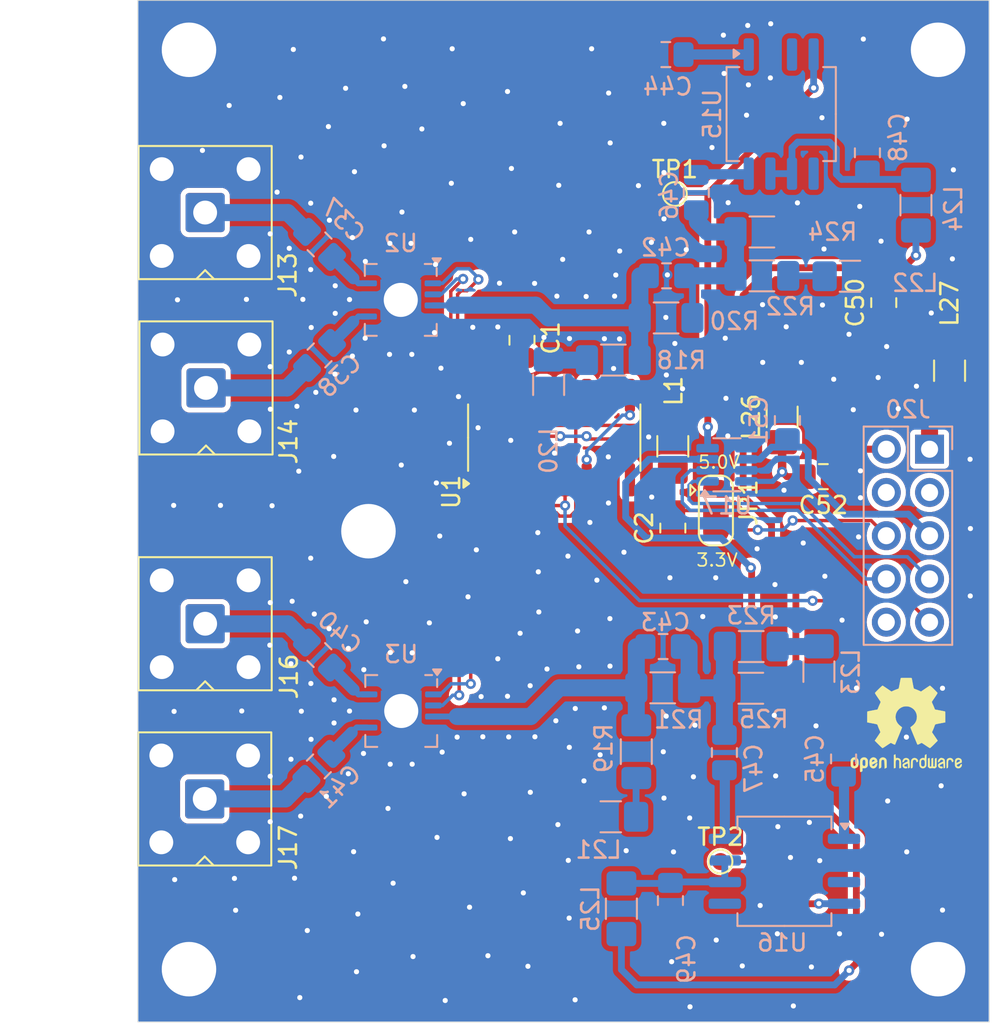
<source format=kicad_pcb>
(kicad_pcb (version 20240108) (generator "pcbnew") (generator_version "8.0")
  (title_block (date "2025-02-10") (rev "3.4b") (comment 1 "change the rf switch´s to HMC849") (comment 2 "JP1 for select operation voltage of rf switches"))
  (layers (0 "F.Cu" signal) (31 "B.Cu" signal) (34 "B.Paste" user) (35 "F.Paste" user) (36 "B.SilkS" user "B.Silkscreen") (37 "F.SilkS" user "F.Silkscreen") (38 "B.Mask" user) (39 "F.Mask" user) (44 "Edge.Cuts" user))
  (net 0 "")
  (net 1 "GND")
  (net 2 "+3.3V")
  (net 3 "INP_SEL")
  (net 4 "LOG_OUT1")
  (net 5 "LOG_OUT2")
  (net 6 "+5V")
  (net 7 "2,6V REF")
  (net 8 "GNDD")
  (net 9 "SCL0")
  (net 10 "SDA0")
  (net 11 "INP_SEL2")
  (net 12 "Net-(J13-In)")
  (net 13 "Net-(J14-In)")
  (net 14 "Net-(J16-In)")
  (net 15 "Net-(J17-In)")
  (net 16 "Net-(C42-Pad2)")
  (net 17 "Net-(C43-Pad2)")
  (net 18 "Net-(U15-INLO)")
  (net 19 "Net-(U16-INLO)")
  (net 20 "Net-(U15-INHI)")
  (net 21 "Net-(U16-INHI)")
  (net 22 "Net-(U15-EN)")
  (net 23 "Net-(U16-EN)")
  (net 24 "Net-(L20-Pad1)")
  (net 25 "Net-(L21-Pad1)")
  (net 26 "Net-(L22-Pad1)")
  (net 27 "Net-(L23-Pad1)")
  (net 32 "Net-(U17-VCC)")
  (net 33 "CS0")
  (net 34 "CS1")
  (net 35 "V_HMC")
  (net 36 "Net-(JP1-C)")
  (net 37 "Net-(U2-RF2)")
  (net 38 "Net-(U2-RF1)")
  (net 39 "V1_2")
  (net 40 "Net-(U3-RF2)")
  (net 41 "Net-(U3-RF1)")
  (net 42 "Net-(U2-RFC)")
  (net 43 "V1_1")
  (net 44 "Net-(U3-RFC)")
  (net 45 "Net-(U1-Pad6)")
  (net 50 "Net-(U1-Pad1)")
  (footprint "Inductor_SMD:L_1206_3216Metric_Pad1.42x1.75mm_HandSolder" (layer "F.Cu") (at 172.725 93.19 -90)
    (property "Reference" "L27")
    (property "Value" "4u7")
  )
  (footprint "Connector_Coaxial:SMA_BAT_Wireless_BWSMA-KWE-Z001" (layer "F.Cu") (at 129 83.9 90)
    (property "Reference" "J13")
    (property "Value" "SMA" (hide yes))
  )
  (footprint "Capacitor_SMD:C_0805_2012Metric_Pad1.18x1.45mm_HandSolder" (layer "F.Cu") (at 168.86 89.19 90)
    (property "Reference" "C50")
    (property "Value" "100n")
  )
  (footprint "TestPoint:TestPoint_Pad_D1.0mm" (layer "F.Cu") (at 159.27 122.02)
    (property "Reference" "TP2")
    (property "Value" "TestPoint")
  )
  (footprint "Connector_Coaxial:SMA_BAT_Wireless_BWSMA-KWE-Z001" (layer "F.Cu") (at 129 108.05 90)
    (property "Reference" "J16")
    (property "Value" "SMA")
  )
  (footprint "Capacitor_SMD:C_0805_2012Metric_Pad1.18x1.45mm_HandSolder" (layer "F.Cu") (at 156.47 102.43 90)
    (property "Reference" "C2")
    (property "Value" "100n")
  )
  (footprint "Package_SO:SOIC-16_3.9x9.9mm_P1.27mm" (layer "F.Cu") (at 149.505 97.12 90)
    (property "Reference" "U1")
    (property "Value" "74HC04")
  )
  (footprint "Connector_Coaxial:SMA_BAT_Wireless_BWSMA-KWE-Z001" (layer "F.Cu") (at 129.05 94.2 90)
    (property "Reference" "J14")
    (property "Value" "SMA")
  )
  (footprint "Connector_Coaxial:SMA_BAT_Wireless_BWSMA-KWE-Z001" (layer "F.Cu") (at 128.975 118.34 90)
    (property "Reference" "J17")
    (property "Value" "SMA")
  )
  (footprint "Inductor_SMD:L_1206_3216Metric_Pad1.42x1.75mm_HandSolder" (layer "F.Cu") (at 162.89 95.9 90)
    (property "Reference" "L26")
    (property "Value" "4u7")
  )
  (footprint "Symbol:OSHW-Logo2_7.3x6mm_SilkScreen" (layer "F.Cu") (at 170.18 113.99)
    (property "Reference" "REF**" (hide yes))
    (property "Value" "OSHW-Logo2_7.3x6mm_SilkScreen" (hide yes))
  )
  (footprint "Jumper:SolderJumper-3_P1.3mm_Open_RoundedPad1.0x1.5mm" (layer "F.Cu") (at 159 101.4 -90)
    (property "Reference" "JP1")
    (property "Value" "SolderJumper_3_Open" (hide yes))
  )
  (footprint "TestPoint:TestPoint_Pad_D1.0mm" (layer "F.Cu") (at 156.59 82.81)
    (property "Reference" "TP1")
    (property "Value" "TestPoint")
  )
  (footprint "Capacitor_SMD:C_0805_2012Metric_Pad1.18x1.45mm_HandSolder" (layer "F.Cu") (at 165.31 99.41 180)
    (property "Reference" "C52")
    (property "Value" "100n")
  )
  (footprint "Inductor_SMD:L_1206_3216Metric_Pad1.42x1.75mm_HandSolder" (layer "F.Cu") (at 156.47 97.63 90)
    (property "Reference" "L1")
    (property "Value" "4u7")
  )
  (footprint "Capacitor_SMD:C_0805_2012Metric_Pad1.18x1.45mm_HandSolder" (layer "F.Cu") (at 147.61 91.4 -90)
    (property "Reference" "C1")
    (property "Value" "100n")
  )
  (footprint "Resistor_SMD:R_1206_3216Metric_Pad1.30x1.75mm_HandSolder" (layer "B.Cu") (at 156.075 90.09)
    (property "Reference" "R20")
    (property "Value" "150R")
  )
  (footprint "Resistor_SMD:R_1206_3216Metric_Pad1.30x1.75mm_HandSolder" (layer "B.Cu") (at 152.975 92.565)
    (property "Reference" "R18")
    (property "Value" "69R8")
  )
  (footprint "Package_CSP:LFCSP-16-1EP_4x4mm_P0.65mm_EP2.4x2.4mm" (layer "B.Cu") (at 140.5175 113.175 180)
    (property "Reference" "U3")
    (property "Value" "HMC849A")
  )
  (footprint "Inductor_SMD:L_1206_3216Metric_Pad1.42x1.75mm_HandSolder" (layer "B.Cu") (at 153.45 124.79 -90)
    (property "Reference" "L25")
    (property "Value" "4u7")
  )
  (footprint "Inductor_SMD:L_1206_3216Metric_Pad1.42x1.75mm_HandSolder" (layer "B.Cu") (at 170.75 83.465 -90)
    (property "Reference" "L24")
    (property "Value" "4u7")
  )
  (footprint "Inductor_SMD:L_1206_3216Metric_Pad1.42x1.75mm_HandSolder" (layer "B.Cu") (at 165.05 110.865 -90)
    (property "Reference" "L23")
    (property "Value" "22nH")
  )
  (footprint "Capacitor_SMD:C_0805_2012Metric_Pad1.18x1.45mm_HandSolder" (layer "B.Cu") (at 156.06 74.62)
    (property "Reference" "C44")
    (property "Value" "100n")
  )
  (footprint "Connector_PinHeader_2.54mm:PinHeader_2x05_P2.54mm_Vertical" (layer "B.Cu") (at 171.55 97.8 180)
    (property "Reference" "J20")
    (property "Value" "Conn_02x05_Odd_Even" (hide yes))
  )
  (footprint "Capacitor_SMD:C_0805_2012Metric_Pad1.18x1.45mm_HandSolder" (layer "B.Cu") (at 167.9 80.39 -90)
    (property "Reference" "C48")
    (property "Value" "100n")
  )
  (footprint "Package_SO:SO-8_5.3x6.2mm_P1.27mm" (layer "B.Cu") (at 163.025 122.59 180)
    (property "Reference" "U16")
    (property "Value" "AD8307")
  )
  (footprint "Resistor_SMD:R_1206_3216Metric_Pad1.30x1.75mm_HandSolder" (layer "B.Cu") (at 154.325 115.565 90)
    (property "Reference" "R19")
    (property "Value" "69R8")
  )
  (footprint "Capacitor_SMD:C_0805_2012Metric_Pad1.18x1.45mm_HandSolder" (layer "B.Cu") (at 166.5 115.99 -90)
    (property "Reference" "C45")
    (property "Value" "100n")
  )
  (footprint "Capacitor_SMD:C_0805_2012Metric_Pad1.18x1.45mm_HandSolder" (layer "B.Cu") (at 163.2 96.115 -90)
    (property "Reference" "C51")
    (property "Value" "100n")
  )
  (footprint "Capacitor_SMD:C_0805_2012Metric_Pad1.18x1.45mm_HandSolder" (layer "B.Cu") (at 159.5 115.615 -90)
    (property "Reference" "C47")
    (property "Value" "100n")
  )
  (footprint "Capacitor_SMD:C_0805_2012Metric_Pad1.18x1.45mm_HandSolder" (layer "B.Cu") (at 156.33 124.31 90)
    (property "Reference" "C49")
    (property "Value" "100n")
  )
  (footprint "Capacitor_SMD:C_0805_2012Metric_Pad1.18x1.45mm_HandSolder" (layer "B.Cu") (at 135.71 109.89 -45)
    (property "Reference" "C40")
    (property "Value" "10n")
  )
  (footprint "Resistor_SMD:R_1206_3216Metric_Pad1.30x1.75mm_HandSolder" (layer "B.Cu") (at 161.05 111.84 180)
    (property "Reference" "R25")
    (property "Value" "52R3")
  )
  (footprint "Resistor_SMD:R_1206_3216Metric_Pad1.30x1.75mm_HandSolder" (layer "B.Cu") (at 161.075 109.39 180)
    (property "Reference" "R23")
    (property "Value" "69R8")
  )
  (footprint "Package_SO:SO-8_5.3x6.2mm_P1.27mm" (layer "B.Cu") (at 162.835 78.115 -90)
    (property "Reference" "U15")
    (property "Value" "AD8307")
  )
  (footprint "Resistor_SMD:R_1206_3216Metric_Pad1.30x1.75mm_HandSolder" (layer "B.Cu") (at 161.7 87.615 180)
    (property "Reference" "R22")
    (property "Value" "69R8")
  )
  (footprint "Capacitor_SMD:C_0805_2012Metric_Pad1.18x1.45mm_HandSolder" (layer "B.Cu") (at 157.85 82.73 90)
    (property "Reference" "C46")
    (property "Value" "100n")
  )
  (footprint "Capacitor_SMD:C_0805_2012Metric_Pad1.18x1.45mm_HandSolder" (layer "B.Cu") (at 156.1 87.615)
    (property "Reference" "C42")
    (property "Value" "10p")
  )
  (footprint "Package_CSP:LFCSP-16-1EP_4x4mm_P0.65mm_EP2.4x2.4mm" (layer "B.Cu") (at 140.49 89.03 180)
    (property "Reference" "U2")
    (property "Value" "HMC849A")
  )
  (footprint "Capacitor_SMD:C_0805_2012Metric_Pad1.18x1.45mm_HandSolder" (layer "B.Cu") (at 135.72 92.29 45)
    (property "Reference" "C38")
    (property "Value" "10n")
  )
  (footprint "Inductor_SMD:L_1206_3216Metric_Pad1.42x1.75mm_HandSolder" (layer "B.Cu") (at 149.175 94.015 -90)
    (property "Reference" "L20")
    (property "Value" "22nH")
  )
  (footprint "Capacitor_SMD:C_0805_2012Metric_Pad1.18x1.45mm_HandSolder" (layer "B.Cu") (at 135.72 85.77 -45)
    (property "Reference" "C37")
    (property "Value" "10n")
  )
  (footprint "Capacitor_SMD:C_0805_2012Metric_Pad1.18x1.45mm_HandSolder" (layer "B.Cu") (at 135.68 116.43 45)
    (property "Reference" "C41")
    (property "Value" "10n")
  )
  (footprint "Resistor_SMD:R_1206_3216Metric_Pad1.30x1.75mm_HandSolder" (layer "B.Cu") (at 161.7 85.04 180)
    (property "Reference" "R24")
    (property "Value" "52R3")
  )
  (footprint "Package_TO_SOT_SMD:TSOT-23-8" (layer "B.Cu") (at 159.65 98.715)
    (property "Reference" "U17")
    (property "Value" "AD7991")
  )
  (footprint "Resistor_SMD:R_1206_3216Metric_Pad1.30x1.75mm_HandSolder" (layer "B.Cu") (at 155.875 111.815)
    (property "Reference" "R21")
    (property "Value" "150R")
  )
  (footprint "Inductor_SMD:L_1206_3216Metric_Pad1.42x1.75mm_HandSolder" (layer "B.Cu") (at 152.825 119.39 180)
    (property "Reference" "L21")
    (property "Value" "22nH")
  )
  (footprint "Inductor_SMD:L_1206_3216Metric_Pad1.42x1.75mm_HandSolder" (layer "B.Cu") (at 166.875 87.64)
    (property "Reference" "L22")
    (property "Value" "22nH")
  )
  (footprint "Capacitor_SMD:C_0805_2012Metric_Pad1.18x1.45mm_HandSolder" (layer "B.Cu") (at 155.9 109.39)
    (property "Reference" "C43")
    (property "Value" "10p")
  )
  (gr_rect (start 125.05 71.44) (end 175.05 131.44) (stroke (width 0.05)) (fill none) (layer "Edge.Cuts"))
  (gr_text "1-500Mhz" (at 150.65 71.73 180) (layer "F.Cu") (effects (font (size 1 1) (thickness 0.2)) (justify left bottom)))
  (gr_text "REV3.4b" (at 174.96 123.14 90) (layer "F.Cu") (effects (font (size 1 1) (thickness 0.2)) (justify left bottom)))
  (gr_text "DJ1YR" (at 144.31 131.28 0) (layer "F.Cu") (effects (font (size 1 1) (thickness 0.25) (bold yes)) (justify left bottom)))
  (gr_text "3.3V" (at 157.79 104.75 0) (layer "F.SilkS") (effects (font (size 0.75 0.75) (thickness 0.1)) (justify left bottom)))
  (gr_text "5.0V" (at 157.9 99 0) (layer "F.SilkS") (effects (font (size 0.75 0.75) (thickness 0.1)) (justify left bottom)))
  (via (at 141.21 127.6) (size 0.6) (drill 0.3) (layers "F.Cu" "B.Cu") (net 1))
  (via (at 159.44 73.48) (size 0.6) (drill 0.3) (layers "F.Cu" "B.Cu") (net 1))
  (via (at 159.72 83.32) (size 0.6) (drill 0.3) (layers "F.Cu" "B.Cu") (net 1))
  (via (at 146.95 97.28) (size 0.6) (drill 0.3) (layers "F.Cu" "B.Cu") (net 1))
  (via (at 147.18 85.04) (size 0.6) (drill 0.3) (layers "F.Cu" "B.Cu") (net 1))
  (via (at 172.31 111.84) (size 0.6) (drill 0.3) (layers "F.Cu" "B.Cu") (net 1))
  (via (at 145.61 127.55) (size 0.6) (drill 0.3) (layers "F.Cu" "B.Cu") (net 1))
  (via (at 156.06 90.06) (size 0.6) (drill 0.3) (layers "F.Cu" "B.Cu") (net 1))
  (via (at 167.45 83.54) (size 0.6) (drill 0.3) (layers "F.Cu" "B.Cu") (net 1))
  (via (at 161.42 103.65) (size 0.6) (drill 0.3) (layers "F.Cu" "B.Cu") (net 1))
  (via (at 141.16 116.3) (size 0.6) (drill 0.3) (layers "F.Cu" "B.Cu") (net 1))
  (via (at 135.41 107.48) (size 0.6) (drill 0.3) (layers "F.Cu" "B.Cu") (net 1))
  (via (at 141.16 109.76) (size 0.6) (drill 0.3) (layers "F.Cu" "B.Cu") (net 1))
  (via (at 136.12 118.19) (size 0.6) (drill 0.3) (layers "F.Cu" "B.Cu") (net 1))
  (via (at 149.85 78.66) (size 0.6) (drill 0.3) (layers "F.Cu" "B.Cu") (net 1))
  (via (at 127.21 123.08) (size 0.6) (drill 0.3) (layers "F.Cu" "B.Cu") (net 1))
  (via (at 151.6 102.1) (size 0.6) (drill 0.3) (layers "F.Cu" "B.Cu") (net 1))
  (via (at 160.8 78.18) (size 0.6) (drill 0.3) (layers "F.Cu" "B.Cu") (net 1))
  (via (at 155.23 100.61) (size 0.6) (drill 0.3) (layers "F.Cu" "B.Cu") (net 1))
  (via (at 148.09 111.69) (size 0.6) (drill 0.3) (layers "F.Cu" "B.Cu") (net 1))
  (via (at 132.93 101.12) (size 0.6) (drill 0.3) (layers "F.Cu" "B.Cu") (net 1))
  (via (at 148.54 102.7) (size 0.6) (drill 0.3) (layers "F.Cu" "B.Cu") (net 1))
  (via (at 136.57 113.88) (size 0.6) (drill 0.3) (layers "F.Cu" "B.Cu") (net 1))
  (via (at 135.21 111.56) (size 0.6) (drill 0.3) (layers "F.Cu" "B.Cu") (net 1))
  (via (at 132.82 117.01) (size 0.6) (drill 0.3) (layers "F.Cu" "B.Cu") (net 1))
  (via (at 159.7 97.02) (size 0.6) (drill 0.3) (layers "F.Cu" "B.Cu") (net 1))
  (via (at 141.14 92.23) (size 0.6) (drill 0.3) (layers "F.Cu" "B.Cu") (net 1))
  (via (at 148.6 107.36) (size 0.6) (drill 0.3) (layers "F.Cu" "B.Cu") (net 1))
  (via (at 167.66 73.71) (size 0.6) (drill 0.3) (layers "F.Cu" "B.Cu") (net 1))
  (via (at 138.41 86.77) (size 0.6) (drill 0.3) (layers "F.Cu" "B.Cu") (net 1))
  (via (at 136.63 93.39) (size 0.6) (drill 0.3) (layers "F.Cu" "B.Cu") (net 1))
  (via (at 150.38 125.34) (size 0.6) (drill 0.3) (layers "F.Cu" "B.Cu") (net 1))
  (via (at 144.44 106.47) (size 0.6) (drill 0.3) (layers "F.Cu" "B.Cu") (net 1))
  (via (at 155.95 81.55) (size 0.6) (drill 0.3) (layers "F.Cu" "B.Cu") (net 1))
  (via (at 134.11 106.73) (size 0.6) (drill 0.3) (layers "F.Cu" "B.Cu") (net 1))
  (via (at 163.38 121.78) (size 0.6) (drill 0.3) (layers "F.Cu" "B.Cu") (net 1))
  (via (at 133.225 82.7) (size 0.6) (drill 0.3) (layers "F.Cu" "B.Cu") (net 1))
  (via (at 163.79 83.33) (size 0.6) (drill 0.3) (layers "F.Cu" "B.Cu") (net 1))
  (via (at 145.21 112.33) (size 0.6) (drill 0.3) (layers "F.Cu" "B.Cu") (net 1))
  (via (at 165.23 78.33) (size 0.6) (drill 0.3) (layers "F.Cu" "B.Cu") (net 1))
  (via (at 167.07 95.48) (size 0.6) (drill 0.3) (layers "F.Cu" "B.Cu") (net 1))
  (via (at 150.95 110.58) (size 0.6) (drill 0.3) (layers "F.Cu" "B.Cu") (net 1))
  (via (at 172.05 74.34) (size 5) (drill 3.2) (layers "F.Cu" "B.Cu") (net 1))
  (via (at 146.29 88.05) (size 0.6) (drill 0.3) (layers "F.Cu" "B.Cu") (net 1))
  (via (at 146.76 76.79) (size 0.6) (drill 0.3) (layers "F.Cu" "B.Cu") (net 1))
  (via (at 152.7 76.88) (size 0.6) (drill 0.3) (layers "F.Cu" "B.Cu") (net 1))
  (via (at 170.23 78.41) (size 0.6) (drill 0.3) (layers "F.Cu" "B.Cu") (net 1))
  (via (at 155.91 115.57) (size 0.6) (drill 0.3) (layers "F.Cu" "B.Cu") (net 1))
  (via (at 165.92 93.69) (size 0.6) (drill 0.3) (layers "F.Cu" "B.Cu") (net 1))
  (via (at 172.31 124.87) (size 0.6) (drill 0.3) (layers "F.Cu" "B.Cu") (net 1))
  (via (at 167.26 111.83) (size 0.6) (drill 0.3) (layers "F.Cu" "B.Cu") (net 1))
  (via (at 164.61 128.21) (size 0.6) (drill 0.3) (layers "F.Cu" "B.Cu") (net 1))
  (via (at 128.84 80.25) (size 0.6) (drill 0.3) (layers "F.Cu" "B.Cu") (net 1))
  (via (at 159.48 75.73) (size 0.6) (drill 0.3) (layers "F.Cu" "B.Cu") (net 1))
  (via (at 149.52 98.03) (size 0.6) (drill 0.3) (layers "F.Cu" "B.Cu") (net 1))
  (via (at 146.19 90.62) (size 0.6) (drill 0.3) (layers "F.Cu" "B.Cu") (net 1))
  (via (at 155.95 118.29) (size 0.6) (drill 0.3) (layers "F.Cu" "B.Cu") (net 1))
  (via (at 138.46 107.94) (size 0.6) (drill 0.3) (layers "F.Cu" "B.Cu") (net 1))
  (via (at 139.51 79.98) (size 0.6) (drill 0.3) (layers "F.Cu" "B.Cu") (net 1))
  (via (at 130.79 124.88) (size 0.6) (drill 0.3) (layers "F.Cu" "B.Cu") (net 1))
  (via (at 140.56 83.87) (size 0.6) (drill 0.3) (layers "F.Cu" "B.Cu") (net 1))
  (via (at 134.04 116.01) (size 0.6) (drill 0.3) (layers "F.Cu" "B.Cu") (net 1))
  (via (at 167.38 102.95) (size 0.6) (drill 0.3) (layers "F.Cu" "B.Cu") (net 1))
  (via (at 152.45 112.99) (size 0.6) (drill 0.3) (layers "F.Cu" "B.Cu") (net 1))
  (via (at 148.57 105) (size 0.6) (drill 0.3) (layers "F.Cu" "B.Cu") (net 1))
  (via (at 141.29 95.5) (size 0.6) (drill 0.3) (layers "F.Cu" "B.Cu") (net 1))
  (via (at 134.61 119.35) (size 0.6) (drill 0.3) (layers "F.Cu" "B.Cu") (net 1))
  (via (at 165.4 105.26) (size 0.6) (drill 0.3) (layers "F.Cu" "B.Cu") (net 1))
  (via (at 164.88 114.05) (size 0.6) (drill 0.3) (layers "F.Cu" "B.Cu") (net 1))
  (via (at 137.89 128.49) (size 0.6) (drill 0.3) (layers "F.Cu" "B.Cu") (net 1))
  (via (at 161.75 92.7) (size 0.6) (drill 0.3) (layers "F.Cu" "B.Cu") (net 1))
  (via (at 134.5 99.09) (size 0.6) (drill 0.3) (layers "F.Cu" "B.Cu") (net 1))
  (via (at 166.26 126.26) (size 0.6) (drill 0.3) (layers "F.Cu" "B.Cu") (net 1))
  (via (at 134.04 110.4) (size 0.6) (drill 0.3) (layers "F.Cu" "B.Cu") (net 1))
  (via (at 137.65 92.33) (size 0.6) (drill 0.3) (layers "F.Cu" "B.Cu") (net 1))
  (via (at 137.41 109.5) (size 0.6) (drill 0.3) (layers "F.Cu" "B.Cu") (net 1))
  (via (at 138.4 91.28) (size 0.6) (drill 0.3) (layers "F.Cu" "B.Cu") (net 1))
  (via (at 149.77 82.3) (size 0.6) (drill 0.3) (layers "F.Cu" "B.Cu") (net 1))
  (via (at 152.69 100.96) (size 0.6) (drill 0.3) (layers "F.Cu" "B.Cu") (net 1))
  (via (at 132.82 92.95) (size 0.6) (drill 0.3) (layers "F.Cu" "B.Cu") (net 1))
  (via (at 145.31 114.69) (size 0.6) (drill 0.3) (layers "F.Cu" "B.Cu") (net 1))
  (via (at 168.53 93.59) (size 0.6) (drill 0.3) (layers "F.Cu" "B.Cu") (net 1))
  (via (at 142.92 115.59) (size 0.6) (drill 0.3) (layers "F.Cu" "B.Cu") (net 1))
  (via (at 163 100.21) (size 0.6) (drill 0.3) (layers "F.Cu" "B.Cu") (net 1))
  (via (at 139.85 85.71) (size 0.6) (drill 0.3) (layers "F.Cu" "B.Cu") (net 1))
  (via (at 142.78 102.9) (size 0.6) (drill 0.3) (layers "F.Cu" "B.Cu") (net 1))
  (via (at 137.72 121.44) (size 0.6) (drill 0.3) (layers "F.Cu" "B.Cu") (net 1))
  (via (at 153.34 91.32) (size 0.6) (drill 0.3) (layers "F.Cu" "B.Cu") (net 1))
  (via (at 169.03 91.77) (size 0.6) (drill 0.3) (layers "F.Cu" "B.Cu") (net 1))
  (via (at 127.175 113.2) (size 0.6) (drill 0.3) (layers "F.Cu" "B.Cu") (net 1))
  (via (at 136.57 112.52) (size 0.6) (drill 0.3) (layers "F.Cu" "B.Cu") (net 1))
  (via (at 163.13 90.61) (size 0.6) (drill 0.3) (layers "F.Cu" "B.Cu") (net 1))
  (via (at 159.59 94.81) (size 0.6) (drill 0.3) (layers "F.Cu" "B.Cu") (net 1))
  (via (at 170.19 114.71) (size 0.6) (drill 0.3) (layers "F.Cu" "B.Cu") (net 1))
  (via (at 162.2 75.99) (size 0.6) (drill 0.3) (layers "F.Cu" "B.Cu") (net 1))
  (via (at 162.51 116.99) (size 0.6) (drill 0.3) (layers "F.Cu" "B.Cu") (net 1))
  (via (at 130.41 77.61) (size 0.6) (drill 0.3) (layers "F.Cu" "B.Cu") (net 1))
  (via (at 139.74 118.9) (size 0.6) (drill 0.3) (layers "F.Cu" "B.Cu") (net 1))
  (via (at 173.94 106.42) (size 0.6) (drill 0.3) (layers "F.Cu" "B.Cu") (net 1))
  (via (at 151.55 85.04) (size 0.6) (drill 0.3) (layers "F.Cu" "B.Cu") (net 1))
  (via (at 172.23 117.57) (size 0.6) (drill 0.3) (layers "F.Cu" "B.Cu") (net 1))
  (via (at 172.05 128.34) (size 5) (drill 3.2) (layers "F.Cu" "B.Cu") (net 1))
  (via (at 152.99 93.06) (size 0.6) (drill 0.3) (layers "F.Cu" "B.Cu") (net 1))
  (via (at 145.03 96.54) (size 0.6) (drill 0.3) (layers "F.Cu" "B.Cu") (net 1))
  (via (at 133.39 77.14) (size 0.6) (drill 0.3) (layers "F.Cu" "B.Cu") (net 1))
  (via (at 166.41 107.84) (size 0.6) (drill 0.3) (layers "F.Cu" "B.Cu") (net 1))
  (via (at 128.05 74.34) (size 5) (drill 3.2) (layers "F.Cu" "B.Cu") (net 1))
  (via (at 137.25 76.6) (size 0.6) (drill 0.3) (layers "F.Cu" "B.Cu") (net 1))
  (via (at 158.77 80.08) (size 0.6) (drill 0.3) (layers "F.Cu" "B.Cu") (net 1))
  (via (at 135.2 104.2) (size 0.6) (drill 0.3) (layers "F.Cu" "B.Cu") (net 1))
  (via (at 136.24 78.85) (size 0.6) (drill 0.3) (layers "F.Cu" "B.Cu") (net 1))
  (via (at 150.73 130.14) (size 0.6) (drill 0.3) (layers "F.Cu" "B.Cu") (net 1))
  (via (at 143.51 74.28) (size 0.6) (drill 0.3) (layers "F.Cu" "B.Cu") (net 1))
  (via (at 144.72 90.64) (size 0.6) (drill 0.3) (layers "F.Cu" "B.Cu") (net 1))
  (via (at 164.49 119.72) (size 0.6) (drill 0.3) (layers "F.Cu" "B.Cu") (net 1))
  (via (at 151.7 74.28) (size 0.6) (drill 0.3) (layers "F.Cu" "B.Cu") (net 1))
  (via (at 142.17 108) (size 0.6) (drill 0.3) (layers "F.Cu" "B.Cu") (net 1))
  (via (at 162.61 126.26) (size 0.6) (drill 0.3) (layers "F.Cu" "B.Cu") (net 1))
  (via (at 144.16 77.5) (size 0.6) (drill 0.3) (layers "F.Cu" "B.Cu") (net 1))
  (via (at 137.48 89.01) (size 0.6) (drill 0.3) (layers "F.Cu" "B.Cu") (net 1))
  (via (at 148.9 91.23) (size 0.6) (drill 0.3) (layers "F.Cu" "B.Cu") (net 1))
  (via (at 153.35 86.16) (size 0.6) (drill 0.3) (layers "F.Cu" "B.Cu") (net 1))
  (via (at 153.12 87.57) (size 0.6) (drill 0.3) (layers "F.Cu" "B.Cu") (net 1))
  (via (at 156.15 87.56) (size 0.6) (drill 0.3) (layers "F.Cu" "B.Cu") (net 1))
  (via (at 153.73 121.38) (size 0.6) (drill 0.3) (layers "F.Cu" "B.Cu") (net 1))
  (via (at 151.38 88.83) (size 0.6) (drill 0.3) (layers "F.Cu" "B.Cu") (net 1))
  (via (at 139.88 109.74) (size 0.6) (drill 0.3) (layers "F.Cu" "B.Cu") (net 1))
  (via (at 173.93 98.39) (size 0.6) (drill 0.3) (layers "F.Cu" "B.Cu") (net 1))
  (via (at 148.37 114.69) (size 0.6) (drill 0.3) (layers "F.Cu" "B.Cu") (net 1))
  (via (at 134.18 74.32) (size 0.6) (drill 0.3) (layers "F.Cu" "B.Cu") (net 1))
  (via (at 146.76 112.31) (size 0.6) (drill 0.3) (layers "F.Cu" "B.Cu") (net 1))
  (via (at 136.64 89.82) (size 0.6) (drill 0.3) (layers "F.Cu" "B.Cu") (net 1))
  (via (at 170.21 121.45) (size 0.6) (drill 0.3) (layers "F.Cu" "B.Cu") (net 1))
  (via (at 131.15 113.175) (size 0.6) (drill 0.3) (layers "F.Cu" "B.Cu") (net 1))
  (via (at 155.94 78.66) (size 0.6) (drill 0.3) (layers "F.Cu" "B.Cu") (net 1))
  (via (at 137.77 81.5) (size 0.6) (drill 0.3) (layers "F.Cu" "B.Cu") (net 1))
  (via (at 153.05 88.81) (size 0.6) (drill 0.3) (layers "F.Cu" "B.Cu") (net 1))
  (via (at 156.3 105.35) (size 0.6) (drill 0.3) (layers "F.Cu" "B.Cu") (net 1))
  (via (at 140.49 89.03) (size 2.4) (drill 2) (layers "F.Cu" "B.Cu") (net 1))
  (via (at 156.09 93.44) (size 0.6) (drill 0.3) (layers "F.Cu" "B.Cu") (net 1))
  (via (at 155.21 85.65) (size 0.6) (drill 0.3) (layers "F.Cu" "B.Cu") (net 1))
  (via (at 135.22 114.84) (size 0.6) (drill 0.3) (layers "F.Cu" "B.Cu") (net 1))
  (via (at 139.83 92.23) (size 0.6) (drill 0.3) (layers "F.Cu" "B.Cu") (net 1))
  (via (at 147.96 128.17) (size 0.6) (drill 0.3) (layers "F.Cu" "B.Cu") (net 1))
  (via (at 169.71 95.42) (size 0.6) (drill 0.3) (layers "F.Cu" "B.Cu") (net 1))
  (via (at 146.83 114.7) (size 0.6) (drill 0.3) (layers "F.Cu" "B.Cu") (net 1))
  (via (at 162.47 105.75) (size 0.6) (drill 0.3) (layers "F.Cu" "B.Cu") (net 1))
  (via (at 138.3 115.67) (size 0.6) (drill 0.3) (layers "F.Cu" "B.Cu") (net 1))
  (via (at 148.1 117.95) (size 0.6) (drill 0.3) (layers "F.Cu" "B.Cu") (net 1))
  (via (at 142.62 120.6) (size 0.6) (drill 0.3) (layers "F.Cu" "B.Cu") (net 1))
  (via (at 146.93 120.67) (size 0.6) (drill 0.3) (layers "F.Cu" "B.Cu") (net 1))
  (via (at 142.85 93.04) (size 0.6) (drill 0.3) (layers "F.Cu" "B.Cu") (net 1))
  (via (at 144.53 124.7) (size 0.6) (drill 0.3) (layers "F.Cu" "B.Cu") (net 1))
  (via (at 142.47 90.95) (size 0.6) (drill 0.3) (layers "F.Cu" "B.Cu") (net 1))
  (via (at 137.65 85.37) (size 0.6) (drill 0.3) (layers "F.Cu" "B.Cu") (net 1))
  (via (at 149.6 113.75) (size 0.6) (drill 0.3) (layers "F.Cu" "B.Cu") (net 1))
  (via (at 158.99 105.35) (size 0.6) (drill 0.3) (layers "F.Cu" "B.Cu") (net 1))
  (via (at 170.78 94.1) (size 0.6) (drill 0.3) (layers "F.Cu" "B.Cu") (net 1))
  (via (at 146.19 110.11) (size 0.6) (drill 0.3) (layers "F.Cu" "B.Cu") (net 1))
  (via (at 127.15 101.1) (size 0.6) (drill 0.3) (layers "F.Cu" "B.Cu") (net 1))
  (via (at 157.26 86.08) (size 0.6) (drill 0.3) (layers "F.Cu" "B.Cu") (net 1))
  (via (at 152.2 115.75) (size 0.6) (drill 0.3) (layers "F.Cu" "B.Cu") (net 1))
  (via (at 156.51 121.45) (size 0.6) (drill 0.3) (layers "F.Cu" "B.Cu") (net 1))
  (via (at 158.23 107.63) (size 0.6) (drill 0.3) (layers "F.Cu" "B.Cu") (net 1))
  (via (at 152.01 105.49) (size 0.6) (drill 0.3) (layers "F.Cu" "B.Cu") (net 1))
  (via (at 136.28 108.34) (size 0.6) (drill 0.3) (layers "F.Cu" "B.Cu") (net 1))
  (via (at 155.95 84.27) (size 0.6) (drill 0.3) (layers "F.Cu" "B.Cu") (net 1))
  (via (at 140.5175 113.175) (size 2.4) (drill 2) (layers "F.Cu" "B.Cu") (net 1))
  (via (at 157.48 130.55) (size 0.6) (drill 0.3) (layers "F.Cu" "B.Cu") (net 1))
  (via (at 168.73 126.29) (size 0.6) (drill 0.3) (layers "F.Cu" "B.Cu") (net 1))
  (via (at 147.5 108.61) (size 0.6) (drill 0.3) (layers "F.Cu" "B.Cu") (net 1))
  (via (at 134.56 130.01) (size 0.6) (drill 0.3) (layers "F.Cu" "B.Cu") (net 1))
  (via (at 146.99 81.31) (size 0.6) (drill 0.3) (layers "F.Cu" "B.Cu") (net 1))
  (via (at 137.48 113.18) (size 0.6) (drill 0.3) (layers "F.Cu" "B.Cu") (net 1))
  (via (at 139.475 73.7) (size 0.6) (drill 0.3) (layers "F.Cu" "B.Cu") (net 1))
  (via (at 131.425 89) (size 0.6) (drill 0.3) (layers "F.Cu" "B.Cu") (net 1))
  (via (at 151.25 117.28) (size 0.6) (drill 0.3) (layers "F.Cu" "B.Cu") (net 1))
  (via (at 136.55 98.225) (size 0.6) (drill 0.3) (layers "F.Cu" "B.Cu") (net 1))
  (via (at 150.4 91.3) (size 0.6) (drill 0.3) (layers "F.Cu" "B.Cu") (net 1))
  (via (at 150.33 121.95) (size 0.6) (drill 0.3) (layers "F.Cu" "B.Cu") (net 1))
  (via (at 144.93 103.71) (size 0.6) (drill 0.3) (layers "F.Cu" "B.Cu") (net 1))
  (via (at 150.31 104.08) (size 0.6) (drill 0.3) (layers "F.Cu" "B.Cu") (net 1))
  (via (at 165.1 121.965) (size 0.6) (drill 0.3) (layers "F.Cu" "B.Cu") (net 1))
  (via (at 140.79 105.58) (size 0.6) (drill 0.3) (layers "F.Cu" "B.Cu") (net 1))
  (via (at 156.08 113.48) (size 0.6) (drill 0.3) (layers "F.Cu" "B.Cu") (net 1))
  (via (at 137.97 125.1) (size 0.6) (drill 0.3) (layers "F.Cu" "B.Cu") (net 1))
  (via (at 164.13 103.31) (size 0.6) (drill 0.3) (layers "F.Cu" "B.Cu") (net 1))
  (via (at 135.23 90.65) (size 0.6) (drill 0.3) (layers "F.Cu" "B.Cu") (net 1))
  (via (at 161.74 89.31) (size 0.6) (drill 0.3) (layers "F.Cu" "B.Cu") (net 1))
  (via (at 167.49 100.65) (size 0.6) (drill 0.3) (layers "F.Cu" "B.Cu") (net 1))
  (via (at 144.6 85.475) (size 0.6) (drill 0.3) (layers "F.Cu" "B.Cu") (net 1))
  (via (at 132.82 85.15) (size 0.6) (drill 0.3) (layers "F.Cu" "B.Cu") (net 1))
  (via (at 171.65 89.8) (size 0.6) (drill 0.3) (layers "F.Cu" "B.Cu") (net 1))
  (via (at 152.45 91.31) (size 0.6) (drill 0.3) (layers "F.Cu" "B.Cu") (net 1))
  (via (at 149.08 110.71) (size 0.6) (drill 0.3) (layers "F.Cu" "B.Cu") (net 1))
  (via (at 149.72 119.85) (size 0.6) (drill 0.3) (layers "F.Cu" "B.Cu") (net 1))
  (via (at 155.05 97.08) (size 0.6) (drill 0.3) (layers "F.Cu" "B.Cu") (net 1))
  (via (at 150.74 113.03) (size 0.6) (drill 0.3) (layers "F.Cu" "B.Cu") (net 1))
  (via (at 152.775 107.75) (size 0.6) (drill 0.3) (layers "F.Cu" "B.Cu") (net 1))
  (via (at 136.64 88.2) (size 0.6) (drill 0.3) (layers "F.Cu" "B.Cu") (net 1))
  (via (at 173.95 102.46) (size 0.6) (drill 0.3) (layers "F.Cu" "B.Cu") (net 1))
  (via (at 135.2 87.25) (size 0.6) (drill 0.3) (layers "F.Cu" "B.Cu") (net 1))
  (via (at 138.591932 102.614999) (size 5) (drill 3.2) (layers "F.Cu" "B.Cu") (net 1))
  (via (at 163.55 130.5) (size 0.6) (drill 0.3) (layers "F.Cu" "B.Cu") (net 1))
  (via (at 150 86.65) (size 0.6) (drill 0.3) (layers "F.Cu" "B.Cu") (net 1))
  (via (at 142.53 86.95) (size 0.6) (drill 0.3) (layers "F.Cu" "B.Cu") (net 1))
  (via (at 127.375 89.025) (size 0.6) (drill 0.3) (layers "F.Cu" "B.Cu") (net 1))
  (via (at 172.95 81.39) (size 0.6) (drill 0.3) (layers "F.Cu" "B.Cu") (net 1))
  (via (at 144.21 118.04) (size 0.6) (drill 0.3) (layers "F.Cu" "B.Cu") (net 1))
  (via (at 165.35 86.04) (size 0.6) (drill 0.3) (layers "F.Cu" "B.Cu") (net 1))
  (via (at 147.69 123.86) (size 0.6) (drill 0.3) (layers "F.Cu" "B.Cu") (net 1))
  (via (at 164.02 92.7) (size 0.6) (drill 0.3) (layers "F.Cu" "B.Cu") (net 1))
  (via (at 143.35 97.45) (size 0.6) (drill 0.3) (layers "F.Cu" "B.Cu") (net 1))
  (via (at 156.4 127.9) (size 0.6) (drill 0.3) (layers "F.Cu" "B.Cu") (net 1))
  (via (at 135.5 94.46) (size 0.6) (drill 0.3) (layers "F.Cu" "B.Cu") (net 1))
  (via (at 143.46 82.18) (size 0.6) (drill 0.3) (layers "F.Cu" "B.Cu") (net 1))
  (via (at 128.05 128.34) (size 5) (drill 3.2) (layers "F.Cu" "B.Cu") (net 1))
  (via (at 152.68 98.25) (size 0.6) (drill 0.3) (layers "F.Cu" "B.Cu") (net 1))
  (via (at 168.7 85.58) (size 0.6) (drill 0.3) (layers "F.Cu" "B.Cu") (net 1))
  (via (at 139.87 116.3) (size 0.6) (drill 0.3) (layers "F.Cu" "B.Cu") (net 1))
  (via (at 140.04 123.29) (size 0.6) (drill 0.3) (layers "F.Cu" "B.Cu") (net 1))
  (via (at 132.8 109.31) (size 0.6) (drill 0.3) (layers "F.Cu" "B.Cu") (net 1))
  (via (at 129.9 101.1) (size 0.6) (drill 0.3) (layers "F.Cu" "B.Cu") (net 1))
  (via (at 152.78 110.54) (size 0.6) (drill 0.3) (layers "F.Cu" "B.Cu") (net 1))
  (via (at 133.94 92.09) (size 0.6) (drill 0.3) (layers "F.Cu" "B.Cu") (net 1))
  (via (at 133.94 86) (size 0.6) (drill 0.3) (layers "F.Cu" "B.Cu") (net 1))
  (via (at 162.43 113.43) (size 0.6) (drill 0.3) (layers "F.Cu" "B.Cu") (net 1))
  (via (at 159.02 126.63) (size 0.6) (drill 0.3) (layers "F.Cu" "B.Cu") (net 1))
  (via (at 167.49 99.07) (size 0.6) (drill 0.3) (layers "F.Cu" "B.Cu") (net 1))
  (via (at 160.91 76.4) (size 0.6) (drill 0.3) (layers "F.Cu" "B.Cu") (net 1))
  (via (at 157.46 119.46) (size 0.6) (drill 0.3) (layers "F.Cu" "B.Cu") (net 1))
  (via (at 162.64 119.97) (size 0.6) (drill 0.3) (layers "F.Cu" "B.Cu") (net 1))
  (via (at 152.79 79.81) (size 0.6) (drill 0.3) (layers "F.Cu" "B.Cu") (net 1))
  (via (at 166.82 91.05) (size 0.6) (drill 0.3) (layers "F.Cu" "B.Cu") (net 1))
  (via (at 130.72 123.01) (size 0.6) (drill 0.3) (layers "F.Cu" "B.Cu") (net 1))
  (via (at 138.32 110.75) (size 0.6) (drill 0.3) (layers "F.Cu" "B.Cu") (net 1))
  (via (at 132.83 95.45) (size 0.6) (drill 0.3) (layers "F.Cu" "B.Cu") (net 1))
  (via (at 137.86 95.5) (size 0.6) (drill 0.3) (layers "F.Cu" "B.Cu") (net 1))
  (via (at 150.39 115.31) (size 0.6) (drill 0.3) (layers "F.Cu" "B.Cu") (net 1))
  (via (at 169.09 118.46) (size 0.6) (drill 0.3) (layers "F.Cu" "B.Cu") (net 1))
  (via (at 172.89 86.62) (size 0.6) (drill 0.3) (layers "F.Cu" "B.Cu") (net 1))
  (via (at 157.68 117.04) (size 0.6) (drill 0.3) (layers "F.Cu" "B.Cu") (net 1))
  (via (at 141.09 85.71) (size 0.6) (drill 0.3) (layers "F.Cu" "B.Cu") (net 1))
  (via (at 156.59 91.59) (size 0.6) (drill 0.3) (layers "F.Cu" "B.Cu") (net 1))
  (via (at 159.55 91.28) (size 0.6) (drill 0.3) (layers "F.Cu" "B.Cu") (net 1))
  (via (at 150.875 108.475) (size 0.6) (drill 0.3) (layers "F.Cu" "B.Cu") (net 1))
  (via (at 153.6 103.85) (size 0.6) (drill 0.3) (layers "F.Cu" "B.Cu") (net 1))
  (via (at 132.825 106.81) (size 0.6) (drill 0.3) (layers "F.Cu" "B.Cu") (net 1))
  (via (at 134.65 113.19) (size 0.6) (drill 0.3) (layers "F.Cu" "B.Cu") (net 1))
  (via (at 132.82 119.68) (size 0.6) (drill 0.3) (layers "F.Cu" "B.Cu") (net 1))
  (via (at 140.73 76.49) (size 0.6) (drill 0.3) (layers "F.Cu" "B.Cu") (net 1))
  (via (at 160.55 128.15) (size 0.6) (drill 0.3) (layers "F.Cu" "B.Cu") (net 1))
  (via (at 134.39 95.28) (size 0.6) (drill 0.3) (layers "F.Cu" "B.Cu") (net 1))
  (via (at 154.45 82.32) (size 0.6) (drill 0.3) (layers "F.Cu" "B.Cu") (net 1))
  (via (at 141.73 78.99) (size 0.6) (drill 0.3) (layers "F.Cu" "B.Cu") (net 1))
  (via (at 143.8 114.71) (size 0.6) (drill 0.3) (layers "F.Cu" "B.Cu") (net 1))
  (via (at 134.74 89) (size 0.6) (drill 0.3) (layers "F.Cu" "B.Cu") (net 1))
  (via (at 161.6 124.6) (size 0.6) (drill 0.3) (layers "F.Cu" "B.Cu") (net 1))
  (via (at 148.35 88.06) (size 0.6) (drill 0.3) (layers "F.Cu" "B.Cu") (net 1))
  (via (at 162.49 107.65) (size 0.6) (drill 0.3) (layers "F.Cu" "B.Cu") (net 1))
  (via (at 134.63 80.64) (size 0.6) (drill 0.3) (layers "F.Cu" "B.Cu") (net 1))
  (via (at 157.77 114.01) (size 0.6) (drill 0.3) (layers "F.Cu" "B.Cu") (net 1))
  (via (at 135 126.07) (size 0.6) (drill 0.3) (layers "F.Cu" "B.Cu") (net 1))
  (via (at 165.26 89.33) (size 0.6) (drill 0.3) (layers "F.Cu" "B.Cu") (net 1))
  (via (at 143.88 94.71) (size 0.6) (drill 0.3) (layers "F.Cu" "B.Cu") (net 1))
  (via (at 136.3 84.35) (size 0.6) (drill 0.3) (layers "F.Cu" "B.Cu") (net 1))
  (via (at 134.25 123) (size 0.6) (drill 0.3) (layers "F.Cu" "B.Cu") (net 1))
  (via (at 137.41 116.86) (size 0.6) (drill 0.3) (layers "F.Cu" "B.Cu") (net 1))
  (via (at 142.58 99.78) (size 0.6) (drill 0.3) (layers "F.Cu" "B.Cu") (net 1))
  (via (at 157.04 94.25) (size 0.6) (drill 0.3) (layers "F.Cu" "B.Cu") (net 1))
  (via (at 162.22 72.81) (size 0.6) (drill 0.3) (layers "F.Cu" "B.Cu") (net 1))
  (via (at 160.87 72.91) (size 0.6) (drill 0.3) (layers "F.Cu" "B.Cu") (net 1))
  (via (at 140.52 98.73) (size 0.6) (drill 0.3) (layers "F.Cu" "B.Cu") (net 1))
  (via (at 149.66 88.81) (size 0.6) (drill 0.3) (layers "F.Cu" "B.Cu") (net 1))
  (via (at 135.2 83.35) (size 0.6) (drill 0.3) (layers "F.Cu" "B.Cu") (net 1))
  (via (at 143.1 130.18) (size 0.6) (drill 0.3) (layers "F.Cu" "B.Cu") (net 1))
  (segment (start 168.12 101.99) (end 163.51 101.99) (width 0.2) (layer "F.Cu") (net 2))
  (segment (start 160.43 102.54) (end 160.27 102.7) (width 0.2) (layer "F.Cu") (net 2))
  (segment (start 169.01 102.88) (end 168.12 101.99) (width 0.2) (layer "F.Cu") (net 2))
  (segment (start 161.46 102.54) (end 160.43 102.54) (width 0.2) (layer "F.Cu") (net 2))
  (segment (start 169.01 102.88) (end 169.515 102.88) (width 0.2) (layer "F.Cu") (net 2))
  (segment (start 160.27 102.7) (end 159 102.7) (width 0.2) (layer "F.Cu") (net 2))
  (via (at 163.51 101.99) (size 0.6) (drill 0.3) (layers "F.Cu" "B.Cu") (net 2))
  (via (at 161.46 102.54) (size 0.6) (drill 0.3) (layers "F.Cu" "B.Cu") (net 2))
  (segment (start 162.96 102.54) (end 161.46 102.54) (width 0.2) (layer "B.Cu") (net 2))
  (segment (start 163.51 101.99) (end 163.51 101.95) (width 0.2) (layer "B.Cu") (net 2))
  (segment (start 163.51 101.99) (end 162.96 102.54) (width 0.2) (layer "B.Cu") (net 2))
  (segment (start 171.55 107.96) (end 170.29 106.7) (width 0.2) (layer "F.Cu") (net 3))
  (segment (start 147.6 100.92) (end 147.79 101.11) (width 0.2) (layer "F.Cu") (net 3))
  (segment (start 170.29 106.7) (end 169.49 106.7) (width 0.2) (layer "F.Cu") (net 3))
  (segment (start 169.49 106.7) (end 164.68 106.7) (width 0.2) (layer "F.Cu") (net 3))
  (segment (start 147.79 101.11) (end 150.14 101.11) (width 0.2) (layer "F.Cu") (net 3))
  (segment (start 150.14 99.595) (end 150.14 101.11) (width 0.2) (layer "F.Cu") (net 3))
  (segment (start 147.6 99.595) (end 147.6 100.92) (width 0.2) (layer "F.Cu") (net 3))
  (via (at 150.14 101.11) (size 0.6) (drill 0.3) (layers "F.Cu" "B.Cu") (net 3))
  (via (at 164.68 106.7) (size 0.6) (drill 0.3) (layers "F.Cu" "B.Cu") (net 3))
  (segment (start 150.14 102.313529) (end 150.14 101.11) (width 0.2) (layer "B.Cu") (net 3))
  (segment (start 164.68 106.7) (end 164.67 106.69) (width 0.2) (layer "B.Cu") (net 3))
  (segment (start 154.516471 106.69) (end 150.14 102.313529) (width 0.2) (layer "B.Cu") (net 3))
  (segment (start 164.67 106.69) (end 154.516471 106.69) (width 0.2) (layer "B.Cu") (net 3))
  (segment (start 158.525 96.49) (end 158.525 83.59) (width 0.4) (layer "F.Cu") (net 4))
  (segment (start 156.59 82.81) (end 158.51 82.81) (width 0.2) (layer "F.Cu") (net 4))
  (segment (start 158.51 82.81) (end 158.525 82.795) (width 0.2) (layer "F.Cu") (net 4))
  (segment (start 158.525 83.59) (end 158.525 82.795) (width 0.4) (layer "F.Cu") (net 4))
  (segment (start 158.525 82.795) (end 164.74 76.58) (width 0.4) (layer "F.Cu") (net 4))
  (via (at 164.74 76.58) (size 0.6) (drill 0.3) (layers "F.Cu" "B.Cu") (net 4))
  (via (at 158.525 96.49) (size 0.6) (drill 0.3) (layers "F.Cu" "B.Cu") (net 4))
  (segment (start 164.74 74.615) (end 164.74 76.58) (width 0.4) (layer "B.Cu") (net 4))
  (segment (start 164.75 76.59) (end 164.74 76.58) (width 0.4) (layer "B.Cu") (net 4))
  (segment (start 158.5125 96.5025) (end 158.525 96.49) (width 0.4) (layer "B.Cu") (net 4))
  (segment (start 158.5125 97.74) (end 158.5125 96.5025) (width 0.4) (layer "B.Cu") (net 4))
  (segment (start 161.1 104.81) (end 161.1 122.05) (width 0.4) (layer "F.Cu") (net 5))
  (segment (start 161.1 122.05) (end 161.375 122.325) (width 0.4) (layer "F.Cu") (net 5))
  (segment (start 161.375 122.325) (end 163.55 124.5) (width 0.4) (layer "F.Cu") (net 5))
  (segment (start 163.55 124.5) (end 165.04 124.5) (width 0.4) (layer "F.Cu") (net 5))
  (segment (start 161.375 122.325) (end 161.07 122.02) (width 0.2) (layer "F.Cu") (net 5))
  (segment (start 161.05 104.76) (end 161.1 104.81) (width 0.4) (layer "F.Cu") (net 5))
  (segment (start 161.07 122.02) (end 159.62 122.02) (width 0.2) (layer "F.Cu") (net 5))
  (segment (start 159.62 122.02) (end 159.32 122.32) (width 0.2) (layer "F.Cu") (net 5))
  (segment (start 165.04 124.5) (end 165.05 124.49) (width 0.4) (layer "F.Cu") (net 5))
  (via (at 165.05 124.49) (size 0.6) (drill 0.3) (layers "F.Cu" "B.Cu") (net 5))
  (via (at 161.05 104.76) (size 0.6) (drill 0.3) (layers "F.Cu" "B.Cu") (net 5))
  (segment (start 166.525 124.495) (end 165.055 124.495) (width 0.4) (layer "B.Cu") (net 5))
  (segment (start 154.925 103.015) (end 153.7 101.79) (width 0.4) (layer "B.Cu") (net 5))
  (segment (start 153.7 101.79) (end 153.7 99.765) (width 0.4) (layer "B.Cu") (net 5))
  (segment (start 161.05 104.76) (end 159.305 103.015) (width 0.4) (layer "B.Cu") (net 5))
  (segment (start 153.7 99.765) (end 155.075 98.39) (width 0.4) (layer "B.Cu") (net 5))
  (segment (start 159.305 103.015) (end 154.925 103.015) (width 0.4) (layer "B.Cu") (net 5))
  (segment (start 155.075 98.39) (end 158.5125 98.39) (width 0.4) (layer "B.Cu") (net 5))
  (segment (start 165.05 124.49) (end 165.055 124.495) (width 0.4) (layer "B.Cu") (net 5))
  (segment (start 163.7 117.165) (end 167.25 120.715) (width 0.4) (layer "F.Cu") (net 6))
  (segment (start 166.12 97.8) (end 165.05 96.73) (width 0.4) (layer "F.Cu") (net 6))
  (segment (start 165.05 95.16) (end 164.3025 94.4125) (width 0.4) (layer "F.Cu") (net 6))
  (segment (start 160.6 99.74) (end 160.65 99.69) (width 0.4) (layer "F.Cu") (net 6))
  (segment (start 160.6275 94.4125) (end 160.6 94.44) (width 0.4) (layer "F.Cu") (net 6))
  (segment (start 160.6 100.09) (end 160.6 100.55) (width 0.4) (layer "F.Cu") (net 6))
  (segment (start 160.6 94.44) (end 160.6 99.74) (width 0.4) (layer "F.Cu") (net 6))
  (segment (start 168.875 88.1375) (end 168.875 87.14) (width 0.4) (layer "F.Cu") (net 6))
  (segment (start 165.05 96.73) (end 165.05 95.16) (width 0.4) (layer "F.Cu") (net 6))
  (segment (start 160.6 88.765) (end 160.6 94.44) (width 0.4) (layer "F.Cu") (net 6))
  (segment (start 162.225 87.14) (end 160.6 88.765) (width 0.4) (layer "F.Cu") (net 6))
  (segment (start 160.59 100.1) (end 160.6 100.09) (width 0.2) (layer "F.Cu") (net 6))
  (segment (start 167.9 97.8) (end 169.01 97.8) (width 0.4) (layer "F.Cu") (net 6))
  (segment (start 170.75 86.415) (end 170.025 87.14) (width 0.4) (layer "F.Cu") (net 6))
  (segment (start 170.025 87.14) (end 168.875 87.14) (width 0.4) (layer "F.Cu") (net 6))
  (segment (start 162.89 94.4125) (end 160.6275 94.4125) (width 0.4) (layer "F.Cu") (net 6))
  (segment (start 167.25 120.715) (end 167.25 127.99) (width 0.4) (layer "F.Cu") (net 6))
  (segment (start 160.6 99.74) (end 160.6 100.09) (width 0.4) (layer "F.Cu") (net 6))
  (segment (start 162.27 102.22) (end 162.27 103.985) (width 0.4) (layer "F.Cu") (net 6))
  (segment (start 159 100.1) (end 160.59 100.1) (width 0.2) (layer "F.Cu") (net 6))
  (segment (start 164.3025 94.4125) (end 162.89 94.4125) (width 0.4) (layer "F.Cu") (net 6))
  (segment (start 167.25 127.99) (end 166.825 128.415) (width 0.4) (layer "F.Cu") (net 6))
  (segment (start 169.01 97.8) (end 166.12 97.8) (width 0.4) (layer "F.Cu") (net 6))
  (segment (start 168.875 87.14) (end 162.225 87.14) (width 0.4) (layer "F.Cu") (net 6))
  (segment (start 168.86 88.1525) (end 168.875 88.1375) (width 0.4) (layer "F.Cu") (net 6))
  (segment (start 162.27 103.985) (end 163.7 105.415) (width 0.4) (layer "F.Cu") (net 6))
  (segment (start 160.6 100.55) (end 162.27 102.22) (width 0.4) (layer "F.Cu") (net 6))
  (segment (start 163.7 105.415) (end 163.7 117.165) (width 0.4) (layer "F.Cu") (net 6))
  (via (at 166.825 128.415) (size 0.6) (drill 0.3) (layers "F.Cu" "B.Cu") (net 6))
  (via (at 170.75 86.415) (size 0.6) (drill 0.3) (layers "F.Cu" "B.Cu") (net 6))
  (segment (start 154.35 129.265) (end 165.975 129.265) (width 0.4) (layer "B.Cu") (net 6))
  (segment (start 153.45 128.365) (end 154.35 129.265) (width 0.4) (layer "B.Cu") (net 6))
  (segment (start 165.975 129.265) (end 166.825 128.415) (width 0.4) (layer "B.Cu") (net 6))
  (segment (start 170.75 84.9525) (end 170.75 86.415) (width 0.4) (layer "B.Cu") (net 6))
  (segment (start 153.45 126.2775) (end 153.45 128.365) (width 0.4) (layer "B.Cu") (net 6))
  (segment (start 164.125 97.6775) (end 163.2 97.6775) (width 0.4) (layer "B.Cu") (net 7))
  (segment (start 166.575 101.615) (end 164.425 99.465) (width 0.4) (layer "B.Cu") (net 7))
  (segment (start 171.55 102.865) (end 170.3 101.615) (width 0.4) (layer "B.Cu") (net 7))
  (segment (start 160.7875 98.39) (end 161.575 98.39) (width 0.4) (layer "B.Cu") (net 7))
  (segment (start 171.55 102.88) (end 171.55 102.865) (width 0.4) (layer "B.Cu") (net 7))
  (segment (start 161.575 98.39) (end 162.2875 97.6775) (width 0.4) (layer "B.Cu") (net 7))
  (segment (start 164.425 97.9775) (end 164.125 97.6775) (width 0.4) (layer "B.Cu") (net 7))
  (segment (start 164.425 99.465) (end 164.425 97.9775) (width 0.4) (layer "B.Cu") (net 7))
  (segment (start 162.2875 97.6775) (end 163.2 97.6775) (width 0.4) (layer "B.Cu") (net 7))
  (segment (start 170.3 101.615) (end 166.575 101.615) (width 0.4) (layer "B.Cu") (net 7))
  (segment (start 171.55 97.8) (end 171.55 95.8525) (width 1) (layer "F.Cu") (net 8))
  (segment (start 171.55 95.8525) (end 172.725 94.6775) (width 1) (layer "F.Cu") (net 8))
  (segment (start 158.5125 99.69) (end 157.65 99.69) (width 0.2) (layer "B.Cu") (net 9))
  (segment (start 157.425 100.765) (end 157.65 100.99) (width 0.2) (layer "B.Cu") (net 9))
  (segment (start 162.475 100.99) (end 164 100.99) (width 0.2) (layer "B.Cu") (net 9))
  (segment (start 157.65 100.99) (end 162.475 100.99) (width 0.2) (layer "B.Cu") (net 9))
  (segment (start 164 100.99) (end 167.125 104.115) (width 0.2) (layer "B.Cu") (net 9))
  (segment (start 162.475 100.99) (end 162.6 100.99) (width 0.2) (layer "B.Cu") (net 9))
  (segment (start 157.425 99.915) (end 157.425 100.765) (width 0.2) (layer "B.Cu") (net 9))
  (segment (start 167.125 104.115) (end 170.245 104.115) (width 0.2) (layer "B.Cu") (net 9))
  (segment (start 157.65 99.69) (end 157.425 99.915) (width 0.2) (layer "B.Cu") (net 9))
  (segment (start 170.245 104.115) (end 171.55 105.42) (width 0.2) (layer "B.Cu") (net 9))
  (segment (start 157.484314 101.39) (end 163.8 101.39) (width 0.2) (layer "B.Cu") (net 10))
  (segment (start 163.8 101.39) (end 167.83 105.42) (width 0.2) (layer "B.Cu") (net 10))
  (segment (start 157.025 100.930686) (end 157.484314 101.39) (width 0.2) (layer "B.Cu") (net 10))
  (segment (start 167.83 105.42) (end 169.01 105.42) (width 0.2) (layer "B.Cu") (net 10))
  (segment (start 157.5 99.04) (end 157.025 99.515) (width 0.2) (layer "B.Cu") (net 10))
  (segment (start 158.5125 99.04) (end 157.5 99.04) (width 0.2) (layer "B.Cu") (net 10))
  (segment (start 157.025 99.515) (end 157.025 100.930686) (width 0.2) (layer "B.Cu") (net 10))
  (segment (start 133.85 83.9) (end 134.986377 85.036377) (width 1) (layer "B.Cu") (net 12))
  (segment (start 129 83.9) (end 133.85 83.9) (width 1) (layer "B.Cu") (net 12))
  (segment (start 129.05 94.2) (end 133.81 94.2) (width 1) (layer "B.Cu") (net 13))
  (segment (start 133.81 94.2) (end 134.986377 93.023623) (width 1) (layer "B.Cu") (net 13))
  (segment (start 133.865 108.06) (end 135.001377 109.196377) (width 1) (layer "B.Cu") (net 14))
  (segment (start 129.015 108.06) (end 133.865 108.06) (width 1) (layer "B.Cu") (net 14))
  (segment (start 129.175 118.14) (end 128.975 118.34) (width 0.4) (layer "B.Cu") (net 15))
  (segment (start 128.961811 118.338188) (end 133.721811 118.338188) (width 1) (layer "B.Cu") (net 15))
  (segment (start 133.721811 118.338188) (end 134.898188 117.161811) (width 1) (layer "B.Cu") (net 15))
  (segment (start 157.92 84.45) (end 157.92 83.8375) (width 1) (layer "B.Cu") (net 16))
  (segment (start 159.725 87.615) (end 160.175 87.165) (width 0.4) (layer "B.Cu") (net 16))
  (segment (start 157.625 87.6525) (end 157.6625 87.615) (width 0.4) (layer "B.Cu") (net 16))
  (segment (start 160.15 87.615) (end 160.15 85.04) (width 1) (layer "B.Cu") (net 16))
  (segment (start 160.15 85.04) (end 158.51 85.04) (width 1) (layer "B.Cu") (net 16))
  (segment (start 157.625 90.09) (end 157.625 87.6525) (width 0.4) (layer "B.Cu") (net 16))
  (segment (start 158.51 85.04) (end 157.92 84.45) (width 1) (layer "B.Cu") (net 16))
  (segment (start 157.6625 87.615) (end 159.725 87.615) (width 1) (layer "B.Cu") (net 16))
  (segment (start 157.92 83.8375) (end 157.85 83.7675) (width 1) (layer "B.Cu") (net 16))
  (segment (start 157.425 111.815) (end 159.475 111.815) (width 1) (layer "B.Cu") (net 17))
  (segment (start 159.475 111.815) (end 159.5 111.84) (width 0.4) (layer "B.Cu") (net 17))
  (segment (start 157.4625 109.39) (end 157.425 109.4275) (width 0.4) (layer "B.Cu") (net 17))
  (segment (start 159.5 109.415) (end 159.525 109.39) (width 0.4) (layer "B.Cu") (net 17))
  (segment (start 159.5 114.0525) (end 159.5 111.84) (width 1) (layer "B.Cu") (net 17))
  (segment (start 159.5 111.84) (end 159.5 109.415) (width 1) (layer "B.Cu") (net 17))
  (segment (start 157.425 109.4275) (end 157.425 111.815) (width 1) (layer "B.Cu") (net 17))
  (segment (start 160.93 74.615) (end 157.745 74.615) (width 0.6) (layer "B.Cu") (net 18))
  (segment (start 166.525 120.685) (end 166.525 117.5775) (width 0.6) (layer "B.Cu") (net 19))
  (segment (start 166.525 117.5775) (end 166.5 117.5525) (width 0.4) (layer "B.Cu") (net 19))
  (segment (start 160.8925 81.6525) (end 160.93 81.615) (width 0.4) (layer "B.Cu") (net 20))
  (segment (start 157.625 81.6525) (end 160.8925 81.6525) (width 0.6) (layer "B.Cu") (net 20))
  (segment (start 159.525 117.2025) (end 159.5 117.1775) (width 0.4) (layer "B.Cu") (net 21))
  (segment (start 159.525 120.685) (end 159.525 117.2025) (width 0.6) (layer "B.Cu") (net 21))
  (segment (start 166.075 81.64) (end 166.3875 81.9525) (width 0.4) (layer "B.Cu") (net 22))
  (segment (start 163.47 81.615) (end 163.47 80.095) (width 0.4) (layer "B.Cu") (net 22))
  (segment (start 163.8 79.765) (end 165.675 79.765) (width 0.4) (layer "B.Cu") (net 22))
  (segment (start 165.675 79.765) (end 166.075 80.165) (width 0.4) (layer "B.Cu") (net 22))
  (segment (start 163.47 80.095) (end 163.8 79.765) (width 0.4) (layer "B.Cu") (net 22))
  (segment (start 166.3875 81.9525) (end 167.9 81.9525) (width 0.4) (layer "B.Cu") (net 22))
  (segment (start 166.075 80.165) (end 166.075 81.64) (width 0.4) (layer "B.Cu") (net 22))
  (segment (start 170.725 81.9525) (end 170.75 81.9775) (width 0.4) (layer "B.Cu") (net 22))
  (segment (start 162.2 81.615) (end 163.47 81.615) (width 0.4) (layer "B.Cu") (net 22))
  (segment (start 167.9 81.9525) (end 170.725 81.9525) (width 0.4) (layer "B.Cu") (net 22))
  (segment (start 153.45 123.3025) (end 156.3 123.3025) (width 0.4) (layer "B.Cu") (net 23))
  (segment (start 156.3875 123.215) (end 159.515 123.215) (width 0.4) (layer "B.Cu") (net 23))
  (segment (start 159.525 123.225) (end 159.525 121.955) (width 0.4) (layer "B.Cu") (net 23))
  (segment (start 159.515 123.215) (end 159.525 123.225) (width 0.4) (layer "B.Cu") (net 23))
  (segment (start 156.3 123.3025) (end 156.3875 123.215) (width 0.4) (layer "B.Cu") (net 23))
  (segment (start 149.2125 92.565) (end 149.175 92.5275) (width 0.4) (layer "B.Cu") (net 24))
  (segment (start 151.425 92.565) (end 149.2125 92.565) (width 1) (layer "B.Cu") (net 24))
  (segment (start 154.3125 117.1275) (end 154.325 117.115) (width 0.4) (layer "B.Cu") (net 25))
  (segment (start 154.3125 119.39) (end 154.3125 117.1275) (width 0.4) (layer "B.Cu") (net 25))
  (segment (start 163.25 87.615) (end 165.3625 87.615) (width 0.4) (layer "B.Cu") (net 26))
  (segment (start 165.3625 87.615) (end 165.3875 87.64) (width 0.4) (layer "B.Cu") (net 26))
  (segment (start 162.625 109.39) (end 165.0375 109.39) (width 1) (layer "B.Cu") (net 27))
  (segment (start 165.0375 109.39) (end 165.05 109.3775) (width 0.4) (layer "B.Cu") (net 27))
  (segment (start 164.2725 99.41) (end 163.17 99.41) (width 0.4) (layer "F.Cu") (net 32))
  (segment (start 163.17 99.41) (end 162.89 99.13) (width 0.4) (layer "F.Cu") (net 32))
  (segment (start 162.89 97.3875) (end 162.89 99.13) (width 0.5) (layer "F.Cu") (net 32))
  (via (at 162.89 99.13) (size 0.6) (drill 0.3) (layers "F.Cu" "B.Cu") (net 32))
  (segment (start 160.7875 99.69) (end 162.33 99.69) (width 0.3) (layer "B.Cu") (net 32))
  (segment (start 162.33 99.69) (end 162.89 99.13) (width 0.3) (layer "B.Cu") (net 32))
  (segment (start 147.61 94.635) (end 147.61 92.4325) (width 0.2) (layer "F.Cu") (net 35))
  (segment (start 144.6 111.58) (end 144.6 109.36) (width 0.2) (layer "F.Cu") (net 35))
  (segment (start 143.83 91.834314) (end 144.185686 92.19) (width 0.2) (layer "F.Cu") (net 35))
  (segment (start 147.6 96.11) (end 147.89 96.4) (width 0.2) (layer "F.Cu") (net 35))
  (segment (start 144.04 88.49) (end 143.83 88.7) (width 0.2) (layer "F.Cu") (net 35))
  (segment (start 147.6 94.645) (end 147.6 96.11) (width 0.2) (layer "F.Cu") (net 35))
  (segment (start 147.03 101.53) (end 149.62 101.53) (width 0.2) (layer "F.Cu") (net 35))
  (segment (start 143.83 88.7) (end 143.83 91.834314) (width 0.2) (layer "F.Cu") (net 35))
  (segment (start 149.82 101.73) (end 150.46 101.73) (width 0.2) (layer "F.Cu") (net 35))
  (segment (start 145.05 87.83) (end 144.39 88.49) (width 0.2) (layer "F.Cu") (net 35))
  (segment (start 146.74 107.22) (end 146.74 101.82) (width 0.2) (layer "F.Cu") (net 35))
  (segment (start 144.39 88.49) (end 144.04 88.49) (width 0.2) (layer "F.Cu") (net 35))
  (segment (start 150.46 101.73) (end 150.77 101.42) (width 0.2) (layer "F.Cu") (net 35))
  (segment (start 150.77 101.42) (end 150.77 96.4) (width 0.2) (layer "F.Cu") (net 35))
  (segment (start 144.185686 92.19) (end 145.29 92.19) (width 0.2) (layer "F.Cu") (net 35))
  (segment (start 154.6975 96.1425) (end 156.47 96.1425) (width 0.2) (layer "F.Cu") (net 35))
  (segment (start 145.29 92.19) (end 145.5325 92.4325) (width 0.2) (layer "F.Cu") (net 35))
  (segment (start 145.5325 92.4325) (end 147.61 92.4325) (width 0.2) (layer "F.Cu") (net 35))
  (segment (start 147.89 96.4) (end 150.94 96.4) (width 0.2) (layer "F.Cu") (net 35))
  (segment (start 147.6 94.645) (end 147.61 94.635) (width 0.2) (layer "F.Cu") (net 35))
  (segment (start 150.94 96.4) (end 154.44 96.4) (width 0.2) (layer "F.Cu") (net 35))
  (segment (start 146.74 101.82) (end 147.03 101.53) (width 0.2) (layer "F.Cu") (net 35))
  (segment (start 144.6 109.36) (end 146.74 107.22) (width 0.2) (layer "F.Cu") (net 35))
  (segment (start 149.62 101.53) (end 149.82 101.73) (width 0.2) (layer "F.Cu") (net 35))
  (segment (start 154.44 96.4) (end 154.6975 96.1425) (width 0.2) (layer "F.Cu") (net 35))
  (via (at 144.6 111.58) (size 0.6) (drill 0.3) (layers "F.Cu" "B.Cu") (net 35))
  (via (at 145.05 87.83) (size 0.6) (drill 0.3) (layers "F.Cu" "B.Cu") (net 35))
  (segment (start 143.8 87.2) (end 142.945 88.055) (width 0.2) (layer "B.Cu") (net 35))
  (segment (start 142.945 88.055) (end 142.3775 88.055) (width 0.2) (layer "B.Cu") (net 35))
  (segment (start 144.6 111.58) (end 143.44 111.58) (width 0.2) (layer "B.Cu") (net 35))
  (segment (start 143.44 111.58) (end 142.82 112.2) (width 0.2) (layer "B.Cu") (net 35))
  (segment (start 142.82 112.2) (end 142.405 112.2) (width 0.2) (layer "B.Cu") (net 35))
  (segment (start 145.05 87.83) (end 145.05 87.75) (width 0.2) (layer "B.Cu") (net 35))
  (segment (start 145.05 87.75) (end 144.5 87.2) (width 0.2) (layer "B.Cu") (net 35))
  (segment (start 144.5 87.2) (end 143.8 87.2) (width 0.2) (layer "B.Cu") (net 35))
  (segment (start 156.5325 101.4) (end 156.47 101.3375) (width 0.2) (layer "F.Cu") (net 36))
  (segment (start 156.47 101.3375) (end 156.47 99.1175) (width 0.2) (layer "F.Cu") (net 36))
  (segment (start 159 101.4) (end 156.5325 101.4) (width 0.2) (layer "F.Cu") (net 36))
  (segment (start 137.71 87.76) (end 136.453623 86.503623) (width 0.7) (layer "B.Cu") (net 37))
  (segment (start 138.005 88.055) (end 137.71 87.76) (width 0.35) (layer "B.Cu") (net 37))
  (segment (start 138.6025 88.055) (end 138.005 88.055) (width 0.35) (layer "B.Cu") (net 37))
  (segment (start 138.6025 90.005) (end 138.005 90.005) (width 0.35) (layer "B.Cu") (net 38))
  (segment (start 138.005 90.005) (end 137.7 90.31) (width 0.35) (layer "B.Cu") (net 38))
  (segment (start 137.7 90.31) (end 136.453623 91.556377) (width 0.7) (layer "B.Cu") (net 38))
  (segment (start 146.34 107.02) (end 143.92 109.44) (width 0.2) (layer "F.Cu") (net 39))
  (segment (start 143.92 109.44) (end 143.92 112.25) (width 0.2) (layer "F.Cu") (net 39))
  (segment (start 146.34 99.605) (end 146.34 107.02) (width 0.2) (layer "F.Cu") (net 39))
  (segment (start 146.33 99.595) (end 146.34 99.605) (width 0.2) (layer "F.Cu") (net 39))
  (via (at 143.92 112.25) (size 0.6) (drill 0.3) (layers "F.Cu" "B.Cu") (net 39))
  (segment (start 143.54 112.25) (end 143.92 112.25) (width 0.2) (layer "B.Cu") (net 39))
  (segment (start 142.405 112.85) (end 142.94 112.85) (width 0.2) (layer "B.Cu") (net 39))
  (segment (start 142.94 112.85) (end 143.54 112.25) (width 0.2) (layer "B.Cu") (net 39))
  (segment (start 138.63 112.2) (end 138.005 112.2) (width 0.35) (layer "B.Cu") (net 40))
  (segment (start 137.725 111.92) (end 136.468623 110.663623) (width 0.7) (layer "B.Cu") (net 40))
  (segment (start 138.005 112.2) (end 137.725 111.92) (width 0.35) (layer "B.Cu") (net 40))
  (segment (start 138.514311 114.143188) (end 137.916811 114.143188) (width 0.35) (layer "B.Cu") (net 41))
  (segment (start 137.611811 114.448188) (end 136.365434 115.694565) (width 0.7) (layer "B.Cu") (net 41))
  (segment (start 137.906811 114.143188) (end 137.601811 114.448188) (width 0.35) (layer "B.Cu") (net 41))
  (segment (start 154.525 90.09) (end 154.525 92.565) (width 1) (layer "B.Cu") (net 42))
  (segment (start 143.605 89.355) (end 143.62 89.34) (width 0.35) (layer "B.Cu") (net 42))
  (segment (start 143.62 89.34) (end 148.41 89.34) (width 1) (layer "B.Cu") (net 42))
  (segment (start 148.41 89.34) (end 149.15 90.08) (width 1) (layer "B.Cu") (net 42))
  (segment (start 154.5375 90.0775) (end 154.525 90.09) (width 0.4) (layer "B.Cu") (net 42))
  (segment (start 154.5375 87.615) (end 154.5375 90.0775) (width 1) (layer "B.Cu") (net 42))
  (segment (start 149.15 90.08) (end 154.515 90.08) (width 1) (layer "B.Cu") (net 42))
  (segment (start 154.5 90.115) (end 154.525 90.09) (width 0.4) (layer "B.Cu") (net 42))
  (segment (start 142.3775 89.355) (end 143.605 89.355) (width 0.35) (layer "B.Cu") (net 42))
  (segment (start 154.515 90.08) (end 154.525 90.09) (width 1) (layer "B.Cu") (net 42))
  (segment (start 154.2625 87.615) (end 154.4875 87.84) (width 0.2) (layer "B.Cu") (net 42))
  (segment (start 153.95 97.64) (end 153.51 97.2) (width 0.2) (layer "F.Cu") (net 43))
  (segment (start 149.86 97.04) (end 147.87 97.04) (width 0.2) (layer "F.Cu") (net 43))
  (segment (start 143.43 92) (end 143.43 88.52) (width 0.2) (layer "F.Cu") (net 43))
  (segment (start 145.69 95.78) (end 145.69 93.26) (width 0.2) (layer "F.Cu") (net 43))
  (segment (start 153.95 99.595) (end 153.95 97.64) (width 0.2) (layer "F.Cu") (net 43))
  (segment (start 144.1 92.67) (end 143.43 92) (width 0.2) (layer "F.Cu") (net 43))
  (segment (start 151.56 97.2) (end 151.4 97.04) (width 0.2) (layer "F.Cu") (net 43))
  (segment (start 145.69 93.26) (end 145.1 92.67) (width 0.2) (layer "F.Cu") (net 43))
  (segment (start 153.51 97.2) (end 151.56 97.2) (width 0.2) (layer "F.Cu") (net 43))
  (segment (start 145.98 96.07) (end 145.69 95.78) (width 0.2) (layer "F.Cu") (net 43))
  (segment (start 147.87 97.04) (end 146.9 96.07) (width 0.2) (layer "F.Cu") (net 43))
  (segment (start 145.1 92.67) (end 144.1 92.67) (width 0.2) (layer "F.Cu") (net 43))
  (segment (start 143.43 88.52) (end 144.15 87.8) (width 0.2) (layer "F.Cu") (net 43))
  (segment (start 146.9 96.07) (end 145.98 96.07) (width 0.2) (layer "F.Cu") (net 43))
  (via (at 151.4 97.04) (size 0.6) (drill 0.3) (layers "F.Cu" "B.Cu") (net 43))
  (via (at 149.86 97.04) (size 0.6) (drill 0.3) (layers "F.Cu" "B.Cu") (net 43))
  (via (at 144.15 87.8) (size 0.6) (drill 0.3) (layers "F.Cu" "B.Cu") (net 43))
  (segment (start 142.865 88.705) (end 143.77 87.8) (width 0.2) (layer "B.Cu") (net 43))
  (segment (start 142.3775 88.705) (end 142.865 88.705) (width 0.2) (layer "B.Cu") (net 43))
  (segment (start 151.4 97.04) (end 149.86 97.04) (width 0.2) (layer "B.Cu") (net 43))
  (segment (start 143.77 87.8) (end 144.15 87.8) (width 0.2) (layer "B.Cu") (net 43))
  (segment (start 142.405 113.5) (end 143.8 113.5) (width 0.35) (layer "B.Cu") (net 44))
  (segment (start 154.325 111.815) (end 149.805 111.815) (width 1) (layer "B.Cu") (net 44))
  (segment (start 154.3 111.84) (end 154.325 111.815) (width 0.4) (layer "B.Cu") (net 44))
  (segment (start 148.12 113.5) (end 143.8 113.5) (width 1) (layer "B.Cu") (net 44))
  (segment (start 149.805 111.815) (end 148.12 113.5) (width 1) (layer "B.Cu") (net 44))
  (segment (start 154.325 114.015) (end 154.325 111.815) (width 1) (layer "B.Cu") (net 44))
  (segment (start 154.2875 109.34) (end 154.3375 109.39) (width 0.4) (layer "B.Cu") (net 44))
  (segment (start 154.3375 109.39) (end 154.325 109.4025) (width 0.4) (layer "B.Cu") (net 44))
  (segment (start 154.325 109.4025) (end 154.325 111.815) (width 1) (layer "B.Cu") (net 44))
  (segment (start 153.95 94.645) (end 153.95 95.8) (width 0.2) (layer "F.Cu") (net 45))
  (segment (start 151.41 99.595) (end 151.41 98.41) (width 0.2) (layer "F.Cu") (net 45))
  (via (at 153.95 95.8) (size 0.6) (drill 0.3) (layers "F.Cu" "B.Cu") (net 45))
  (via (at 151.41 98.41) (size 0.6) (drill 0.3) (layers "F.Cu" "B.Cu") (net 45))
  (segment (start 153.51 95.8) (end 153.95 95.8) (width 0.2) (layer "B.Cu") (net 45))
  (segment (start 151.41 98.41) (end 151.41 97.9) (width 0.2) (layer "B.Cu") (net 45))
  (segment (start 151.41 97.9) (end 153.51 95.8) (width 0.2) (layer "B.Cu") (net 45))
  (segment (start 145.44 98.16) (end 148.47 98.16) (width 0.2) (layer "F.Cu") (net 50))
  (segment (start 145.06 98.54) (end 145.44 98.16) (width 0.2) (layer "F.Cu") (net 50))
  (segment (start 148.47 98.16) (end 148.87 98.56) (width 0.2) (layer "F.Cu") (net 50))
  (segment (start 145.06 99.595) (end 145.06 98.54) (width 0.2) (layer "F.Cu") (net 50))
  (segment (start 148.87 98.56) (end 148.87 99.595) (width 0.2) (layer "F.Cu") (net 50))
  (zone (net 1) (net_name "GND") (layers "F&B.Cu") (connect_pads yes (clearance 0.3)) (min_thickness 0.15) (fill yes (thermal_gap 0.5) (thermal_bridge_width 0.5) (island_removal_mode 1) (island_area_min 10))
    (polygon (pts (xy 125.05 71.44) (xy 175.05 71.44) (xy 175.05 131.45) (xy 125.05 131.45)))
  )
)
</source>
